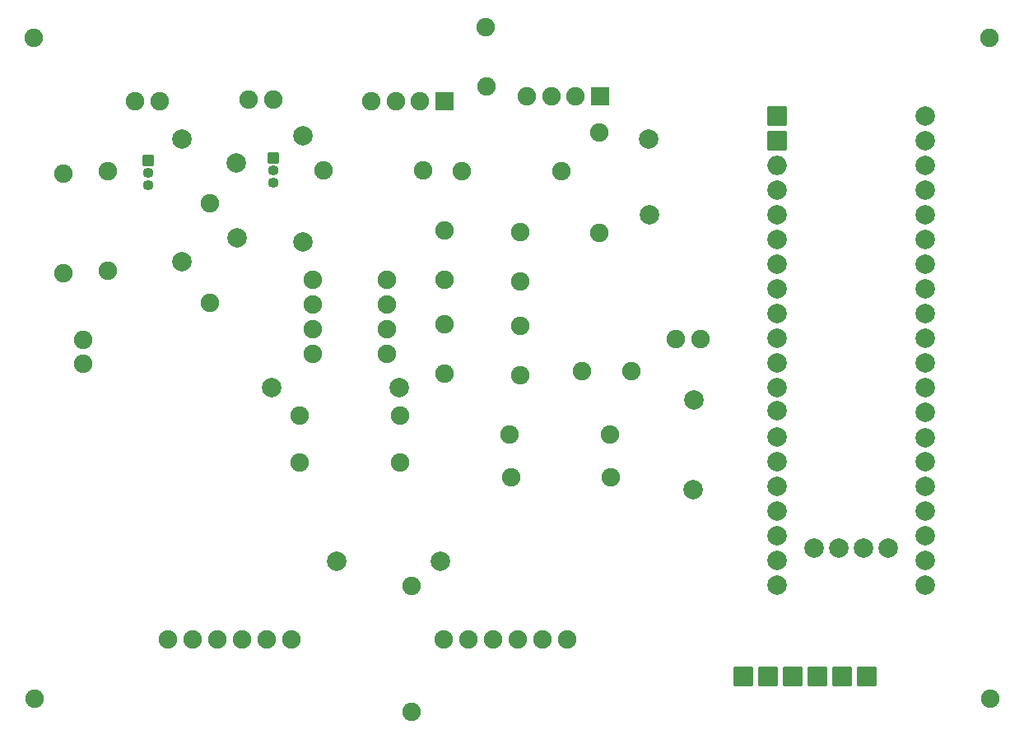
<source format=gts>
G04 Layer: TopSolderMaskLayer*
G04 EasyEDA v6.5.46, 2024-09-03 21:34:31*
G04 a3a5ef0e5d234bae984b2533349a5239,230d3d8e61244ae18bc76ebd04fb3888,10*
G04 Gerber Generator version 0.2*
G04 Scale: 100 percent, Rotated: No, Reflected: No *
G04 Dimensions in millimeters *
G04 leading zeros omitted , absolute positions ,4 integer and 5 decimal *
%FSLAX45Y45*%
%MOMM*%

%AMMACRO1*4,1,8,-0.9421,-1.0015,-1.0015,-0.9418,-1.0015,0.9421,-0.9421,1.0015,0.9418,1.0015,1.0015,0.9421,1.0015,-0.9418,0.9418,-1.0015,-0.9421,-1.0015,0*%
%AMMACRO2*4,1,8,-0.9207,-0.95,-0.95,-0.9205,-0.95,0.9207,-0.9207,0.95,0.9205,0.95,0.95,0.9207,0.95,-0.9205,0.9205,-0.95,-0.9207,-0.95,0*%
%AMMACRO3*4,1,8,-0.5211,-0.5508,-0.5508,-0.5208,-0.5508,0.5211,-0.5211,0.5508,0.5208,0.5508,0.5508,0.5211,0.5508,-0.5208,0.5208,-0.5508,-0.5211,-0.5508,0*%
%ADD10C,1.9000*%
%ADD11MACRO1*%
%ADD12C,1.9000*%
%ADD13MACRO2*%
%ADD14O,1.1015979999999999X1.1015979999999999*%
%ADD15MACRO3*%
%ADD16C,1.9016*%
%ADD17O,1.9020028X1.9020028*%
%ADD18O,1.9015964X1.9015964*%
%ADD19C,2.0032*%
%ADD20O,2.0031963999999998X2.0031963999999998*%

%LPD*%
D10*
G01*
X5384800Y5930900D03*
G01*
X5384800Y6438900D03*
G01*
X6159500Y5918200D03*
G01*
X6159500Y6426200D03*
G01*
X6794500Y4991100D03*
G01*
X7302500Y4991100D03*
D11*
G01*
X8712200Y1854200D03*
G01*
X8966200Y1854200D03*
G01*
X9220200Y1854200D03*
G01*
X9474200Y1854200D03*
G01*
X9728200Y1854200D03*
G01*
X8458200Y1854200D03*
D10*
G01*
X6159500Y4953000D03*
G01*
X6159500Y5461000D03*
G01*
X5384800Y4965700D03*
G01*
X5384800Y5473700D03*
D12*
G01*
X3367531Y7785100D03*
G01*
X3617518Y7785100D03*
G01*
X2199106Y7772400D03*
G01*
X2449093Y7772400D03*
D10*
G01*
X6729018Y7823200D03*
D13*
G01*
X6979005Y7823200D03*
D10*
G01*
X6479006Y7823200D03*
G01*
X6229019Y7823200D03*
G01*
X5128793Y7772400D03*
D13*
G01*
X5378805Y7772400D03*
D10*
G01*
X4878781Y7772400D03*
G01*
X4628794Y7772400D03*
D14*
G01*
X3619500Y6934200D03*
G01*
X3619500Y7061200D03*
D15*
G01*
X3619512Y7188187D03*
D14*
G01*
X2336800Y6908800D03*
G01*
X2336800Y7035800D03*
D15*
G01*
X2336812Y7162787D03*
D16*
G01*
X2971800Y5695289D03*
G01*
X2971800Y6725310D03*
G01*
X4921910Y4051300D03*
G01*
X3891889Y4051300D03*
G01*
X1917700Y6025489D03*
G01*
X1917700Y7055510D03*
G01*
X3891889Y4533900D03*
G01*
X4921910Y4533900D03*
G01*
X5163210Y7061200D03*
G01*
X4133189Y7061200D03*
G01*
X1460500Y6000089D03*
G01*
X1460500Y7030110D03*
G01*
X6050889Y4343400D03*
G01*
X7080910Y4343400D03*
G01*
X7093610Y3898900D03*
G01*
X6063589Y3898900D03*
G01*
X5555589Y7048500D03*
G01*
X6585610Y7048500D03*
D17*
G01*
X4787900Y5932043D03*
G01*
X4787900Y5678043D03*
G01*
X4787900Y5424043D03*
G01*
X4787900Y5170043D03*
G01*
X4025900Y5170043D03*
G01*
X4025900Y5424043D03*
G01*
X4025900Y5678043D03*
G01*
X4025900Y5932043D03*
D18*
G01*
X2540000Y2235200D03*
G01*
X2794000Y2235200D03*
G01*
X3048000Y2235200D03*
G01*
X3302000Y2235200D03*
G01*
X3556000Y2235200D03*
G01*
X3810000Y2235200D03*
G01*
X5372100Y2235200D03*
G01*
X5626100Y2235200D03*
G01*
X5880100Y2235200D03*
G01*
X6134100Y2235200D03*
G01*
X6388100Y2235200D03*
G01*
X6642100Y2235200D03*
D16*
G01*
X6972300Y7449210D03*
G01*
X6972300Y6419189D03*
D11*
G01*
X8801100Y7366000D03*
D19*
G01*
X9944100Y3175000D03*
G01*
X9690100Y3175000D03*
G01*
X9436100Y3175000D03*
G01*
X9182100Y3175000D03*
D11*
G01*
X8801100Y7620000D03*
D20*
G01*
X8801100Y7112000D03*
D19*
G01*
X8801100Y6858000D03*
G01*
X8801100Y6604000D03*
G01*
X8801100Y6350000D03*
G01*
X8801100Y6096000D03*
G01*
X8801100Y5842000D03*
G01*
X8801100Y5588000D03*
G01*
X8801100Y5334000D03*
G01*
X8801100Y5080000D03*
G01*
X8801100Y4826000D03*
G01*
X8801100Y4584700D03*
G01*
X8801100Y4318000D03*
G01*
X8801100Y4064000D03*
G01*
X8801100Y3810000D03*
G01*
X8801100Y3556000D03*
G01*
X8801100Y3302000D03*
G01*
X8801100Y3048000D03*
G01*
X8801100Y2794000D03*
G01*
X10325100Y7620000D03*
G01*
X10325100Y7366000D03*
G01*
X10325100Y7112000D03*
G01*
X10325100Y6858000D03*
G01*
X10325100Y6604000D03*
G01*
X10325100Y6350000D03*
G01*
X10325100Y6096000D03*
G01*
X10325100Y5842000D03*
G01*
X10325100Y5588000D03*
G01*
X10325100Y5334000D03*
G01*
X10325100Y5080000D03*
G01*
X10325100Y4826000D03*
G01*
X10325100Y4572000D03*
G01*
X10325100Y4305300D03*
G01*
X10325100Y4064000D03*
G01*
X10325100Y3810000D03*
G01*
X10325100Y3556000D03*
G01*
X10325100Y3302000D03*
G01*
X10325100Y3048000D03*
G01*
X10325100Y2794000D03*
D12*
G01*
X1663700Y5069306D03*
G01*
X1663700Y5319293D03*
D19*
G01*
X3606800Y4826000D03*
G01*
X4914900Y4826000D03*
G01*
X3238500Y7137400D03*
G01*
X3251200Y6362700D03*
G01*
X3924300Y7416800D03*
G01*
X3924300Y6324600D03*
G01*
X2679700Y7378700D03*
G01*
X2679700Y6121400D03*
G01*
X7480300Y7378700D03*
G01*
X7493000Y6604000D03*
G01*
X7950200Y4699000D03*
G01*
X7937500Y3771900D03*
G01*
X5339079Y3035300D03*
G01*
X4276039Y3035300D03*
D16*
G01*
X5807709Y8534400D03*
G01*
X5816600Y7924800D03*
G01*
X5041900Y2781300D03*
G01*
X5039385Y1485900D03*
G01*
X7759700Y5321300D03*
G01*
X8013700Y5321300D03*
G01*
X10985500Y8420100D03*
G01*
X1155700Y8420100D03*
G01*
X1168400Y1625600D03*
G01*
X10998200Y1625600D03*
M02*

</source>
